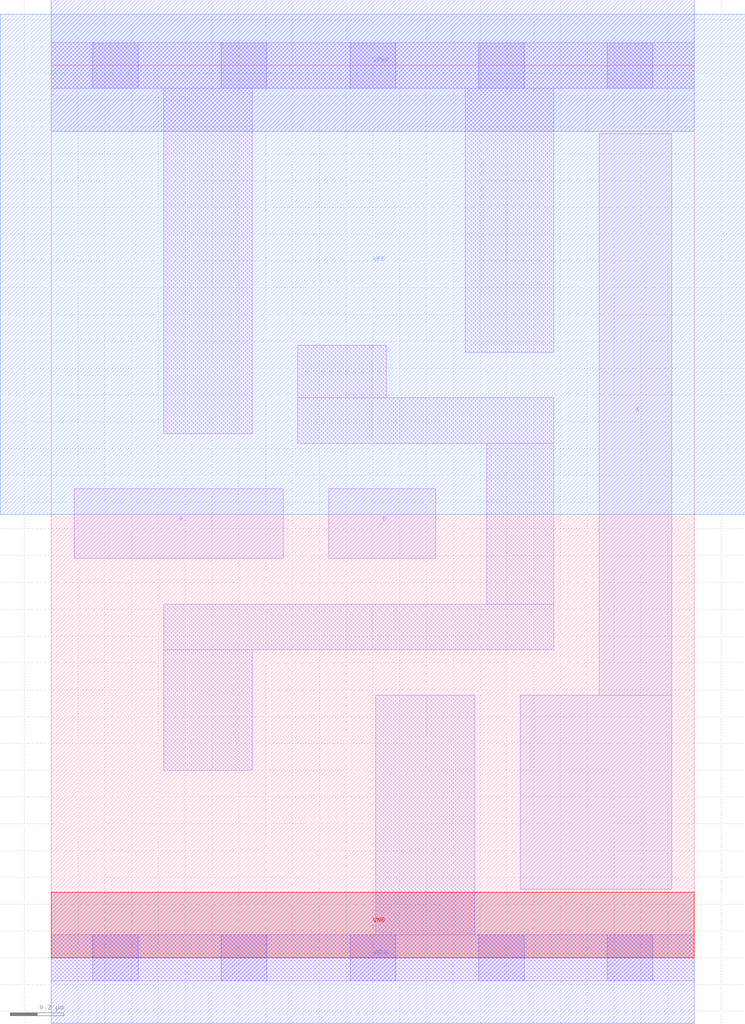
<source format=lef>
# Copyright 2020 The SkyWater PDK Authors
#
# Licensed under the Apache License, Version 2.0 (the "License");
# you may not use this file except in compliance with the License.
# You may obtain a copy of the License at
#
#     https://www.apache.org/licenses/LICENSE-2.0
#
# Unless required by applicable law or agreed to in writing, software
# distributed under the License is distributed on an "AS IS" BASIS,
# WITHOUT WARRANTIES OR CONDITIONS OF ANY KIND, either express or implied.
# See the License for the specific language governing permissions and
# limitations under the License.
#
# SPDX-License-Identifier: Apache-2.0

VERSION 5.7 ;
  NOWIREEXTENSIONATPIN ON ;
  DIVIDERCHAR "/" ;
  BUSBITCHARS "[]" ;
MACRO sky130_fd_sc_lp__and2_1
  CLASS CORE ;
  FOREIGN sky130_fd_sc_lp__and2_1 ;
  ORIGIN  0.000000  0.000000 ;
  SIZE  2.400000 BY  3.330000 ;
  SYMMETRY X Y R90 ;
  SITE unit ;
  PIN A
    ANTENNAGATEAREA  0.126000 ;
    DIRECTION INPUT ;
    USE SIGNAL ;
    PORT
      LAYER li1 ;
        RECT 0.085000 1.490000 0.865000 1.750000 ;
    END
  END A
  PIN B
    ANTENNAGATEAREA  0.126000 ;
    DIRECTION INPUT ;
    USE SIGNAL ;
    PORT
      LAYER li1 ;
        RECT 1.035000 1.490000 1.435000 1.750000 ;
    END
  END B
  PIN X
    ANTENNADIFFAREA  0.581700 ;
    DIRECTION OUTPUT ;
    USE SIGNAL ;
    PORT
      LAYER li1 ;
        RECT 1.750000 0.255000 2.315000 0.980000 ;
        RECT 2.045000 0.980000 2.315000 3.075000 ;
    END
  END X
  PIN VGND
    DIRECTION INOUT ;
    USE GROUND ;
    PORT
      LAYER met1 ;
        RECT 0.000000 -0.245000 2.400000 0.245000 ;
    END
  END VGND
  PIN VNB
    DIRECTION INOUT ;
    USE GROUND ;
    PORT
      LAYER pwell ;
        RECT 0.000000 0.000000 2.400000 0.245000 ;
    END
  END VNB
  PIN VPB
    DIRECTION INOUT ;
    USE POWER ;
    PORT
      LAYER nwell ;
        RECT -0.190000 1.655000 2.590000 3.520000 ;
    END
  END VPB
  PIN VPWR
    DIRECTION INOUT ;
    USE POWER ;
    PORT
      LAYER met1 ;
        RECT 0.000000 3.085000 2.400000 3.575000 ;
    END
  END VPWR
  OBS
    LAYER li1 ;
      RECT 0.000000 -0.085000 2.400000 0.085000 ;
      RECT 0.000000  3.245000 2.400000 3.415000 ;
      RECT 0.420000  0.700000 0.750000 1.150000 ;
      RECT 0.420000  1.150000 1.875000 1.320000 ;
      RECT 0.420000  1.955000 0.750000 3.245000 ;
      RECT 0.920000  1.920000 1.875000 2.090000 ;
      RECT 0.920000  2.090000 1.250000 2.285000 ;
      RECT 1.210000  0.085000 1.580000 0.980000 ;
      RECT 1.545000  2.260000 1.875000 3.245000 ;
      RECT 1.625000  1.320000 1.875000 1.920000 ;
    LAYER mcon ;
      RECT 0.155000 -0.085000 0.325000 0.085000 ;
      RECT 0.155000  3.245000 0.325000 3.415000 ;
      RECT 0.635000 -0.085000 0.805000 0.085000 ;
      RECT 0.635000  3.245000 0.805000 3.415000 ;
      RECT 1.115000 -0.085000 1.285000 0.085000 ;
      RECT 1.115000  3.245000 1.285000 3.415000 ;
      RECT 1.595000 -0.085000 1.765000 0.085000 ;
      RECT 1.595000  3.245000 1.765000 3.415000 ;
      RECT 2.075000 -0.085000 2.245000 0.085000 ;
      RECT 2.075000  3.245000 2.245000 3.415000 ;
  END
END sky130_fd_sc_lp__and2_1
END LIBRARY

</source>
